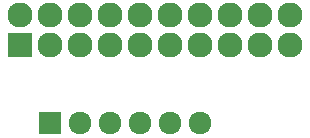
<source format=gbr>
G04 #@! TF.FileFunction,Soldermask,Top*
%FSLAX46Y46*%
G04 Gerber Fmt 4.6, Leading zero omitted, Abs format (unit mm)*
G04 Created by KiCad (PCBNEW 4.0.1-stable) date 6/16/2016 1:06:08 PM*
%MOMM*%
G01*
G04 APERTURE LIST*
%ADD10C,0.100000*%
%ADD11R,1.924000X1.924000*%
%ADD12C,1.924000*%
%ADD13R,2.127200X2.127200*%
%ADD14O,2.127200X2.127200*%
G04 APERTURE END LIST*
D10*
D11*
X8636000Y2032000D03*
D12*
X11176000Y2032000D03*
X13716000Y2032000D03*
X16256000Y2032000D03*
X18796000Y2032000D03*
X21336000Y2032000D03*
D13*
X6096000Y8636000D03*
D14*
X6096000Y11176000D03*
X8636000Y8636000D03*
X8636000Y11176000D03*
X11176000Y8636000D03*
X11176000Y11176000D03*
X13716000Y8636000D03*
X13716000Y11176000D03*
X16256000Y8636000D03*
X16256000Y11176000D03*
X18796000Y8636000D03*
X18796000Y11176000D03*
X21336000Y8636000D03*
X21336000Y11176000D03*
X23876000Y8636000D03*
X23876000Y11176000D03*
X26416000Y8636000D03*
X26416000Y11176000D03*
X28956000Y8636000D03*
X28956000Y11176000D03*
M02*

</source>
